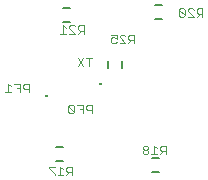
<source format=gbo>
G75*
%MOIN*%
%OFA0B0*%
%FSLAX25Y25*%
%IPPOS*%
%LPD*%
%AMOC8*
5,1,8,0,0,1.08239X$1,22.5*
%
%ADD10C,0.00300*%
%ADD11C,0.00600*%
%ADD12C,0.00000*%
D10*
X0020262Y0021932D02*
X0022197Y0019997D01*
X0022197Y0019513D01*
X0022197Y0022416D02*
X0020262Y0022416D01*
X0020262Y0021932D01*
X0023208Y0019513D02*
X0025143Y0019513D01*
X0024176Y0019513D02*
X0024176Y0022416D01*
X0025143Y0021448D01*
X0026155Y0020965D02*
X0026638Y0020481D01*
X0028090Y0020481D01*
X0028090Y0019513D02*
X0028090Y0022416D01*
X0026638Y0022416D01*
X0026155Y0021932D01*
X0026155Y0020965D01*
X0027122Y0020481D02*
X0026155Y0019513D01*
X0027306Y0040163D02*
X0028273Y0040163D01*
X0028757Y0040647D01*
X0026822Y0042582D01*
X0026822Y0040647D01*
X0027306Y0040163D01*
X0028757Y0040647D02*
X0028757Y0042582D01*
X0028273Y0043066D01*
X0027306Y0043066D01*
X0026822Y0042582D01*
X0029769Y0043066D02*
X0031703Y0043066D01*
X0031703Y0040163D01*
X0031703Y0041615D02*
X0030736Y0041615D01*
X0032715Y0041615D02*
X0033199Y0041131D01*
X0034650Y0041131D01*
X0034650Y0040163D02*
X0034650Y0043066D01*
X0033199Y0043066D01*
X0032715Y0042582D01*
X0032715Y0041615D01*
X0031803Y0055763D02*
X0029869Y0058666D01*
X0031803Y0058666D02*
X0029869Y0055763D01*
X0032815Y0058666D02*
X0034750Y0058666D01*
X0033783Y0058666D02*
X0033783Y0055763D01*
X0031990Y0066713D02*
X0031990Y0069616D01*
X0030538Y0069616D01*
X0030055Y0069132D01*
X0030055Y0068165D01*
X0030538Y0067681D01*
X0031990Y0067681D01*
X0031022Y0067681D02*
X0030055Y0066713D01*
X0029043Y0066713D02*
X0027108Y0068648D01*
X0027108Y0069132D01*
X0027592Y0069616D01*
X0028559Y0069616D01*
X0029043Y0069132D01*
X0029043Y0066713D02*
X0027108Y0066713D01*
X0026097Y0066713D02*
X0024162Y0066713D01*
X0025129Y0066713D02*
X0025129Y0069616D01*
X0026097Y0068648D01*
X0013650Y0050066D02*
X0013650Y0047163D01*
X0013650Y0048131D02*
X0012199Y0048131D01*
X0011715Y0048615D01*
X0011715Y0049582D01*
X0012199Y0050066D01*
X0013650Y0050066D01*
X0010703Y0050066D02*
X0010703Y0047163D01*
X0010703Y0048615D02*
X0009736Y0048615D01*
X0010703Y0050066D02*
X0008769Y0050066D01*
X0007757Y0049098D02*
X0006789Y0050066D01*
X0006789Y0047163D01*
X0005822Y0047163D02*
X0007757Y0047163D01*
X0040922Y0063997D02*
X0041406Y0063513D01*
X0042373Y0063513D01*
X0042857Y0063997D01*
X0042857Y0064965D02*
X0041889Y0065448D01*
X0041406Y0065448D01*
X0040922Y0064965D01*
X0040922Y0063997D01*
X0042857Y0064965D02*
X0042857Y0066416D01*
X0040922Y0066416D01*
X0043869Y0065932D02*
X0044352Y0066416D01*
X0045320Y0066416D01*
X0045803Y0065932D01*
X0046815Y0065932D02*
X0046815Y0064965D01*
X0047299Y0064481D01*
X0048750Y0064481D01*
X0047783Y0064481D02*
X0046815Y0063513D01*
X0045803Y0063513D02*
X0043869Y0065448D01*
X0043869Y0065932D01*
X0043869Y0063513D02*
X0045803Y0063513D01*
X0046815Y0065932D02*
X0047299Y0066416D01*
X0048750Y0066416D01*
X0048750Y0063513D01*
X0063662Y0072797D02*
X0064145Y0072313D01*
X0065113Y0072313D01*
X0065597Y0072797D01*
X0063662Y0074732D01*
X0063662Y0072797D01*
X0063662Y0074732D02*
X0064145Y0075216D01*
X0065113Y0075216D01*
X0065597Y0074732D01*
X0065597Y0072797D01*
X0066608Y0072313D02*
X0068543Y0072313D01*
X0066608Y0074248D01*
X0066608Y0074732D01*
X0067092Y0075216D01*
X0068059Y0075216D01*
X0068543Y0074732D01*
X0069555Y0074732D02*
X0069555Y0073765D01*
X0070038Y0073281D01*
X0071490Y0073281D01*
X0071490Y0072313D02*
X0071490Y0075216D01*
X0070038Y0075216D01*
X0069555Y0074732D01*
X0070522Y0073281D02*
X0069555Y0072313D01*
X0059390Y0029416D02*
X0057938Y0029416D01*
X0057455Y0028932D01*
X0057455Y0027965D01*
X0057938Y0027481D01*
X0059390Y0027481D01*
X0059390Y0026513D02*
X0059390Y0029416D01*
X0058422Y0027481D02*
X0057455Y0026513D01*
X0056443Y0026513D02*
X0054508Y0026513D01*
X0055476Y0026513D02*
X0055476Y0029416D01*
X0056443Y0028448D01*
X0053497Y0028448D02*
X0053497Y0028932D01*
X0053013Y0029416D01*
X0052045Y0029416D01*
X0051562Y0028932D01*
X0051562Y0028448D01*
X0052045Y0027965D01*
X0053013Y0027965D01*
X0053497Y0028448D01*
X0053013Y0027965D02*
X0053497Y0027481D01*
X0053497Y0026997D01*
X0053013Y0026513D01*
X0052045Y0026513D01*
X0051562Y0026997D01*
X0051562Y0027481D01*
X0052045Y0027965D01*
D11*
X0054619Y0025376D02*
X0056981Y0025376D01*
X0056981Y0020651D02*
X0054619Y0020651D01*
X0044662Y0055332D02*
X0044662Y0057694D01*
X0039938Y0057694D02*
X0039938Y0055332D01*
X0027481Y0070651D02*
X0025119Y0070651D01*
X0025119Y0075376D02*
X0027481Y0075376D01*
X0024981Y0028876D02*
X0022619Y0028876D01*
X0022619Y0024151D02*
X0024981Y0024151D01*
X0055619Y0071651D02*
X0057981Y0071651D01*
X0057981Y0076376D02*
X0055619Y0076376D01*
D12*
X0037800Y0050113D02*
X0037800Y0050013D01*
X0037800Y0050047D02*
X0037750Y0050047D01*
X0037733Y0050063D01*
X0037733Y0050097D01*
X0037750Y0050113D01*
X0037800Y0050113D01*
X0037708Y0050113D02*
X0037641Y0050113D01*
X0037616Y0050113D02*
X0037566Y0050113D01*
X0037549Y0050097D01*
X0037549Y0050063D01*
X0037566Y0050047D01*
X0037616Y0050047D01*
X0037582Y0050047D02*
X0037549Y0050013D01*
X0037524Y0050013D02*
X0037457Y0050013D01*
X0037490Y0050013D02*
X0037490Y0050113D01*
X0037524Y0050080D01*
X0037616Y0050113D02*
X0037616Y0050013D01*
X0037675Y0050013D02*
X0037675Y0050113D01*
X0037432Y0050113D02*
X0037365Y0050113D01*
X0037340Y0050113D02*
X0037290Y0050113D01*
X0037273Y0050097D01*
X0037273Y0050063D01*
X0037290Y0050047D01*
X0037340Y0050047D01*
X0037340Y0050013D02*
X0037340Y0050113D01*
X0037398Y0050113D02*
X0037398Y0050013D01*
X0037248Y0050013D02*
X0037181Y0050013D01*
X0037155Y0050030D02*
X0037139Y0050013D01*
X0037105Y0050013D01*
X0037089Y0050030D01*
X0037089Y0050047D01*
X0037105Y0050063D01*
X0037122Y0050063D01*
X0037105Y0050063D02*
X0037089Y0050080D01*
X0037089Y0050097D01*
X0037105Y0050113D01*
X0037139Y0050113D01*
X0037155Y0050097D01*
X0037214Y0050113D02*
X0037214Y0050013D01*
X0037248Y0050080D02*
X0037214Y0050113D01*
X0037063Y0050113D02*
X0037013Y0050113D01*
X0036997Y0050097D01*
X0036997Y0050063D01*
X0037013Y0050047D01*
X0037063Y0050047D01*
X0037030Y0050047D02*
X0036997Y0050013D01*
X0037063Y0050013D02*
X0037063Y0050113D01*
X0019800Y0046113D02*
X0019750Y0046113D01*
X0019733Y0046097D01*
X0019733Y0046063D01*
X0019750Y0046047D01*
X0019800Y0046047D01*
X0019800Y0046013D02*
X0019800Y0046113D01*
X0019708Y0046113D02*
X0019641Y0046113D01*
X0019616Y0046113D02*
X0019566Y0046113D01*
X0019549Y0046097D01*
X0019549Y0046063D01*
X0019566Y0046047D01*
X0019616Y0046047D01*
X0019582Y0046047D02*
X0019549Y0046013D01*
X0019524Y0046013D02*
X0019457Y0046013D01*
X0019490Y0046013D02*
X0019490Y0046113D01*
X0019524Y0046080D01*
X0019616Y0046113D02*
X0019616Y0046013D01*
X0019675Y0046013D02*
X0019675Y0046113D01*
X0019432Y0046113D02*
X0019365Y0046113D01*
X0019340Y0046113D02*
X0019290Y0046113D01*
X0019273Y0046097D01*
X0019273Y0046063D01*
X0019290Y0046047D01*
X0019340Y0046047D01*
X0019340Y0046013D02*
X0019340Y0046113D01*
X0019398Y0046113D02*
X0019398Y0046013D01*
X0019248Y0046013D02*
X0019181Y0046013D01*
X0019155Y0046030D02*
X0019139Y0046013D01*
X0019105Y0046013D01*
X0019089Y0046030D01*
X0019089Y0046047D01*
X0019105Y0046063D01*
X0019122Y0046063D01*
X0019105Y0046063D02*
X0019089Y0046080D01*
X0019089Y0046097D01*
X0019105Y0046113D01*
X0019139Y0046113D01*
X0019155Y0046097D01*
X0019214Y0046113D02*
X0019214Y0046013D01*
X0019248Y0046080D02*
X0019214Y0046113D01*
X0019063Y0046113D02*
X0019013Y0046113D01*
X0018997Y0046097D01*
X0018997Y0046063D01*
X0019013Y0046047D01*
X0019063Y0046047D01*
X0019030Y0046047D02*
X0018997Y0046013D01*
X0019063Y0046013D02*
X0019063Y0046113D01*
M02*

</source>
